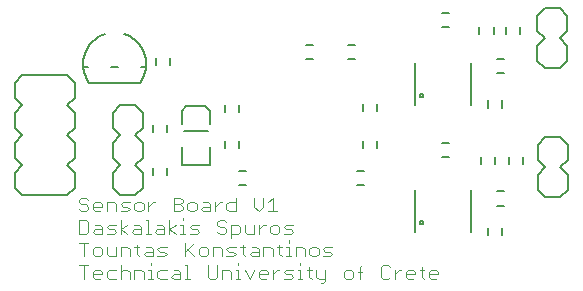
<source format=gto>
G75*
%MOIN*%
%OFA0B0*%
%FSLAX25Y25*%
%IPPOS*%
%LPD*%
%AMOC8*
5,1,8,0,0,1.08239X$1,22.5*
%
%ADD10C,0.00400*%
%ADD11C,0.00600*%
%ADD12C,0.00800*%
%ADD13C,0.00500*%
D10*
X0043227Y0014267D02*
X0043227Y0018871D01*
X0044761Y0018871D02*
X0041692Y0018871D01*
X0043227Y0021767D02*
X0043227Y0026371D01*
X0044761Y0026371D02*
X0041692Y0026371D01*
X0046296Y0024069D02*
X0046296Y0022534D01*
X0047063Y0021767D01*
X0048598Y0021767D01*
X0049365Y0022534D01*
X0049365Y0024069D01*
X0048598Y0024836D01*
X0047063Y0024836D01*
X0046296Y0024069D01*
X0050900Y0024836D02*
X0050900Y0022534D01*
X0051667Y0021767D01*
X0053969Y0021767D01*
X0053969Y0024836D01*
X0055504Y0024836D02*
X0057806Y0024836D01*
X0058573Y0024069D01*
X0058573Y0021767D01*
X0060875Y0022534D02*
X0061642Y0021767D01*
X0060875Y0022534D02*
X0060875Y0025604D01*
X0060108Y0024836D02*
X0061642Y0024836D01*
X0063944Y0024836D02*
X0065479Y0024836D01*
X0066246Y0024069D01*
X0066246Y0021767D01*
X0063944Y0021767D01*
X0063177Y0022534D01*
X0063944Y0023302D01*
X0066246Y0023302D01*
X0067781Y0024069D02*
X0068548Y0024836D01*
X0070850Y0024836D01*
X0070083Y0023302D02*
X0068548Y0023302D01*
X0067781Y0024069D01*
X0070083Y0023302D02*
X0070850Y0022534D01*
X0070083Y0021767D01*
X0067781Y0021767D01*
X0065479Y0019638D02*
X0065479Y0018871D01*
X0065479Y0017336D02*
X0065479Y0014267D01*
X0064712Y0014267D02*
X0066246Y0014267D01*
X0067781Y0015034D02*
X0067781Y0016569D01*
X0068548Y0017336D01*
X0070850Y0017336D01*
X0073152Y0017336D02*
X0074687Y0017336D01*
X0075454Y0016569D01*
X0075454Y0014267D01*
X0073152Y0014267D01*
X0072385Y0015034D01*
X0073152Y0015802D01*
X0075454Y0015802D01*
X0076989Y0014267D02*
X0078524Y0014267D01*
X0077756Y0014267D02*
X0077756Y0018871D01*
X0076989Y0018871D01*
X0076989Y0021767D02*
X0076989Y0026371D01*
X0077756Y0024069D02*
X0080058Y0021767D01*
X0081593Y0022534D02*
X0082360Y0021767D01*
X0083895Y0021767D01*
X0084662Y0022534D01*
X0084662Y0024069D01*
X0083895Y0024836D01*
X0082360Y0024836D01*
X0081593Y0024069D01*
X0081593Y0022534D01*
X0080058Y0026371D02*
X0076989Y0023302D01*
X0084662Y0018871D02*
X0084662Y0015034D01*
X0085429Y0014267D01*
X0086964Y0014267D01*
X0087731Y0015034D01*
X0087731Y0018871D01*
X0089266Y0017336D02*
X0091568Y0017336D01*
X0092335Y0016569D01*
X0092335Y0014267D01*
X0093870Y0014267D02*
X0095405Y0014267D01*
X0094637Y0014267D02*
X0094637Y0017336D01*
X0093870Y0017336D01*
X0094637Y0018871D02*
X0094637Y0019638D01*
X0093103Y0021767D02*
X0093870Y0022534D01*
X0093103Y0023302D01*
X0091568Y0023302D01*
X0090801Y0024069D01*
X0091568Y0024836D01*
X0093870Y0024836D01*
X0095405Y0024836D02*
X0096939Y0024836D01*
X0096172Y0025604D02*
X0096172Y0022534D01*
X0096939Y0021767D01*
X0098474Y0022534D02*
X0099241Y0023302D01*
X0101543Y0023302D01*
X0101543Y0024069D02*
X0101543Y0021767D01*
X0099241Y0021767D01*
X0098474Y0022534D01*
X0099241Y0024836D02*
X0100776Y0024836D01*
X0101543Y0024069D01*
X0103078Y0024836D02*
X0105380Y0024836D01*
X0106147Y0024069D01*
X0106147Y0021767D01*
X0108449Y0022534D02*
X0109216Y0021767D01*
X0108449Y0022534D02*
X0108449Y0025604D01*
X0107682Y0024836D02*
X0109216Y0024836D01*
X0110751Y0024836D02*
X0111518Y0024836D01*
X0111518Y0021767D01*
X0110751Y0021767D02*
X0112286Y0021767D01*
X0113820Y0021767D02*
X0113820Y0024836D01*
X0116122Y0024836D01*
X0116890Y0024069D01*
X0116890Y0021767D01*
X0118424Y0022534D02*
X0119191Y0021767D01*
X0120726Y0021767D01*
X0121493Y0022534D01*
X0121493Y0024069D01*
X0120726Y0024836D01*
X0119191Y0024836D01*
X0118424Y0024069D01*
X0118424Y0022534D01*
X0115355Y0019638D02*
X0115355Y0018871D01*
X0115355Y0017336D02*
X0115355Y0014267D01*
X0114588Y0014267D02*
X0116122Y0014267D01*
X0118424Y0015034D02*
X0119191Y0014267D01*
X0118424Y0015034D02*
X0118424Y0018104D01*
X0117657Y0017336D02*
X0119191Y0017336D01*
X0120726Y0017336D02*
X0120726Y0015034D01*
X0121493Y0014267D01*
X0123795Y0014267D01*
X0123795Y0013500D02*
X0123028Y0012732D01*
X0122261Y0012732D01*
X0123795Y0013500D02*
X0123795Y0017336D01*
X0123028Y0021767D02*
X0125330Y0021767D01*
X0126097Y0022534D01*
X0125330Y0023302D01*
X0123795Y0023302D01*
X0123028Y0024069D01*
X0123795Y0024836D01*
X0126097Y0024836D01*
X0135305Y0018104D02*
X0136073Y0018871D01*
X0135305Y0018104D02*
X0135305Y0014267D01*
X0133003Y0015034D02*
X0133003Y0016569D01*
X0132236Y0017336D01*
X0130701Y0017336D01*
X0129934Y0016569D01*
X0129934Y0015034D01*
X0130701Y0014267D01*
X0132236Y0014267D01*
X0133003Y0015034D01*
X0134538Y0016569D02*
X0136073Y0016569D01*
X0142211Y0018104D02*
X0142978Y0018871D01*
X0144513Y0018871D01*
X0145280Y0018104D01*
X0146815Y0017336D02*
X0146815Y0014267D01*
X0146815Y0015802D02*
X0148350Y0017336D01*
X0149117Y0017336D01*
X0150652Y0016569D02*
X0151419Y0017336D01*
X0152954Y0017336D01*
X0153721Y0016569D01*
X0153721Y0015802D01*
X0150652Y0015802D01*
X0150652Y0016569D02*
X0150652Y0015034D01*
X0151419Y0014267D01*
X0152954Y0014267D01*
X0156023Y0015034D02*
X0156790Y0014267D01*
X0156023Y0015034D02*
X0156023Y0018104D01*
X0155256Y0017336D02*
X0156790Y0017336D01*
X0158325Y0016569D02*
X0159092Y0017336D01*
X0160627Y0017336D01*
X0161394Y0016569D01*
X0161394Y0015802D01*
X0158325Y0015802D01*
X0158325Y0016569D02*
X0158325Y0015034D01*
X0159092Y0014267D01*
X0160627Y0014267D01*
X0145280Y0015034D02*
X0144513Y0014267D01*
X0142978Y0014267D01*
X0142211Y0015034D01*
X0142211Y0018104D01*
X0115355Y0017336D02*
X0114588Y0017336D01*
X0113053Y0017336D02*
X0110751Y0017336D01*
X0109984Y0016569D01*
X0110751Y0015802D01*
X0112286Y0015802D01*
X0113053Y0015034D01*
X0112286Y0014267D01*
X0109984Y0014267D01*
X0107682Y0017336D02*
X0106147Y0015802D01*
X0106147Y0017336D02*
X0106147Y0014267D01*
X0104612Y0015802D02*
X0101543Y0015802D01*
X0101543Y0016569D02*
X0102310Y0017336D01*
X0103845Y0017336D01*
X0104612Y0016569D01*
X0104612Y0015802D01*
X0103845Y0014267D02*
X0102310Y0014267D01*
X0101543Y0015034D01*
X0101543Y0016569D01*
X0100008Y0017336D02*
X0098474Y0014267D01*
X0096939Y0017336D01*
X0093103Y0021767D02*
X0090801Y0021767D01*
X0089266Y0021767D02*
X0089266Y0024069D01*
X0088499Y0024836D01*
X0086197Y0024836D01*
X0086197Y0021767D01*
X0089266Y0017336D02*
X0089266Y0014267D01*
X0103078Y0021767D02*
X0103078Y0024836D01*
X0101543Y0029267D02*
X0101543Y0032336D01*
X0101543Y0030802D02*
X0103078Y0032336D01*
X0103845Y0032336D01*
X0105380Y0031569D02*
X0105380Y0030034D01*
X0106147Y0029267D01*
X0107682Y0029267D01*
X0108449Y0030034D01*
X0108449Y0031569D01*
X0107682Y0032336D01*
X0106147Y0032336D01*
X0105380Y0031569D01*
X0109984Y0031569D02*
X0110751Y0030802D01*
X0112286Y0030802D01*
X0113053Y0030034D01*
X0112286Y0029267D01*
X0109984Y0029267D01*
X0109984Y0031569D02*
X0110751Y0032336D01*
X0113053Y0032336D01*
X0111518Y0027138D02*
X0111518Y0026371D01*
X0100008Y0029267D02*
X0100008Y0032336D01*
X0096939Y0032336D02*
X0096939Y0030034D01*
X0097707Y0029267D01*
X0100008Y0029267D01*
X0095405Y0030034D02*
X0094637Y0029267D01*
X0092335Y0029267D01*
X0092335Y0027732D02*
X0092335Y0032336D01*
X0094637Y0032336D01*
X0095405Y0031569D01*
X0095405Y0030034D01*
X0090801Y0030034D02*
X0090033Y0029267D01*
X0088499Y0029267D01*
X0087731Y0030034D01*
X0088499Y0031569D02*
X0090033Y0031569D01*
X0090801Y0030802D01*
X0090801Y0030034D01*
X0088499Y0031569D02*
X0087731Y0032336D01*
X0087731Y0033104D01*
X0088499Y0033871D01*
X0090033Y0033871D01*
X0090801Y0033104D01*
X0091568Y0036767D02*
X0090801Y0037534D01*
X0090801Y0039069D01*
X0091568Y0039836D01*
X0093870Y0039836D01*
X0093870Y0041371D02*
X0093870Y0036767D01*
X0091568Y0036767D01*
X0089266Y0039836D02*
X0088499Y0039836D01*
X0086964Y0038302D01*
X0086964Y0039836D02*
X0086964Y0036767D01*
X0085429Y0036767D02*
X0083127Y0036767D01*
X0082360Y0037534D01*
X0083127Y0038302D01*
X0085429Y0038302D01*
X0085429Y0039069D02*
X0085429Y0036767D01*
X0085429Y0039069D02*
X0084662Y0039836D01*
X0083127Y0039836D01*
X0080825Y0039069D02*
X0080058Y0039836D01*
X0078524Y0039836D01*
X0077756Y0039069D01*
X0077756Y0037534D01*
X0078524Y0036767D01*
X0080058Y0036767D01*
X0080825Y0037534D01*
X0080825Y0039069D01*
X0076222Y0039836D02*
X0075454Y0039069D01*
X0073152Y0039069D01*
X0073152Y0036767D02*
X0073152Y0041371D01*
X0075454Y0041371D01*
X0076222Y0040604D01*
X0076222Y0039836D01*
X0075454Y0039069D02*
X0076222Y0038302D01*
X0076222Y0037534D01*
X0075454Y0036767D01*
X0073152Y0036767D01*
X0076222Y0034638D02*
X0076222Y0033871D01*
X0076222Y0032336D02*
X0075454Y0032336D01*
X0076222Y0032336D02*
X0076222Y0029267D01*
X0076989Y0029267D02*
X0075454Y0029267D01*
X0073920Y0029267D02*
X0071618Y0030802D01*
X0073920Y0032336D01*
X0071618Y0033871D02*
X0071618Y0029267D01*
X0070083Y0029267D02*
X0067781Y0029267D01*
X0067014Y0030034D01*
X0067781Y0030802D01*
X0070083Y0030802D01*
X0070083Y0031569D02*
X0070083Y0029267D01*
X0070083Y0031569D02*
X0069316Y0032336D01*
X0067781Y0032336D01*
X0064712Y0033871D02*
X0064712Y0029267D01*
X0065479Y0029267D02*
X0063944Y0029267D01*
X0062410Y0029267D02*
X0060108Y0029267D01*
X0059341Y0030034D01*
X0060108Y0030802D01*
X0062410Y0030802D01*
X0062410Y0031569D02*
X0062410Y0029267D01*
X0062410Y0031569D02*
X0061642Y0032336D01*
X0060108Y0032336D01*
X0057806Y0032336D02*
X0055504Y0030802D01*
X0057806Y0029267D01*
X0055504Y0029267D02*
X0055504Y0033871D01*
X0053969Y0032336D02*
X0051667Y0032336D01*
X0050900Y0031569D01*
X0051667Y0030802D01*
X0053202Y0030802D01*
X0053969Y0030034D01*
X0053202Y0029267D01*
X0050900Y0029267D01*
X0049365Y0029267D02*
X0049365Y0031569D01*
X0048598Y0032336D01*
X0047063Y0032336D01*
X0047063Y0030802D02*
X0046296Y0030034D01*
X0047063Y0029267D01*
X0049365Y0029267D01*
X0049365Y0030802D02*
X0047063Y0030802D01*
X0044761Y0030034D02*
X0044761Y0033104D01*
X0043994Y0033871D01*
X0041692Y0033871D01*
X0041692Y0029267D01*
X0043994Y0029267D01*
X0044761Y0030034D01*
X0043994Y0036767D02*
X0042459Y0036767D01*
X0041692Y0037534D01*
X0042459Y0039069D02*
X0043994Y0039069D01*
X0044761Y0038302D01*
X0044761Y0037534D01*
X0043994Y0036767D01*
X0046296Y0037534D02*
X0046296Y0039069D01*
X0047063Y0039836D01*
X0048598Y0039836D01*
X0049365Y0039069D01*
X0049365Y0038302D01*
X0046296Y0038302D01*
X0046296Y0037534D02*
X0047063Y0036767D01*
X0048598Y0036767D01*
X0050900Y0036767D02*
X0050900Y0039836D01*
X0053202Y0039836D01*
X0053969Y0039069D01*
X0053969Y0036767D01*
X0055504Y0036767D02*
X0057806Y0036767D01*
X0058573Y0037534D01*
X0057806Y0038302D01*
X0056271Y0038302D01*
X0055504Y0039069D01*
X0056271Y0039836D01*
X0058573Y0039836D01*
X0060108Y0039069D02*
X0060875Y0039836D01*
X0062410Y0039836D01*
X0063177Y0039069D01*
X0063177Y0037534D01*
X0062410Y0036767D01*
X0060875Y0036767D01*
X0060108Y0037534D01*
X0060108Y0039069D01*
X0064712Y0039836D02*
X0064712Y0036767D01*
X0064712Y0038302D02*
X0066246Y0039836D01*
X0067014Y0039836D01*
X0064712Y0033871D02*
X0063944Y0033871D01*
X0055504Y0024836D02*
X0055504Y0021767D01*
X0055504Y0018871D02*
X0055504Y0014267D01*
X0053969Y0014267D02*
X0051667Y0014267D01*
X0050900Y0015034D01*
X0050900Y0016569D01*
X0051667Y0017336D01*
X0053969Y0017336D01*
X0055504Y0016569D02*
X0056271Y0017336D01*
X0057806Y0017336D01*
X0058573Y0016569D01*
X0058573Y0014267D01*
X0060108Y0014267D02*
X0060108Y0017336D01*
X0062410Y0017336D01*
X0063177Y0016569D01*
X0063177Y0014267D01*
X0064712Y0017336D02*
X0065479Y0017336D01*
X0067781Y0015034D02*
X0068548Y0014267D01*
X0070850Y0014267D01*
X0049365Y0015802D02*
X0046296Y0015802D01*
X0046296Y0016569D02*
X0047063Y0017336D01*
X0048598Y0017336D01*
X0049365Y0016569D01*
X0049365Y0015802D01*
X0048598Y0014267D02*
X0047063Y0014267D01*
X0046296Y0015034D01*
X0046296Y0016569D01*
X0078524Y0029267D02*
X0080825Y0029267D01*
X0081593Y0030034D01*
X0080825Y0030802D01*
X0079291Y0030802D01*
X0078524Y0031569D01*
X0079291Y0032336D01*
X0081593Y0032336D01*
X0100009Y0038302D02*
X0101543Y0036767D01*
X0103078Y0038302D01*
X0103078Y0041371D01*
X0104612Y0039836D02*
X0106147Y0041371D01*
X0106147Y0036767D01*
X0104612Y0036767D02*
X0107682Y0036767D01*
X0100009Y0038302D02*
X0100009Y0041371D01*
X0107682Y0017336D02*
X0108449Y0017336D01*
X0044761Y0040604D02*
X0043994Y0041371D01*
X0042459Y0041371D01*
X0041692Y0040604D01*
X0041692Y0039836D01*
X0042459Y0039069D01*
D11*
X0037734Y0042187D02*
X0022734Y0042187D01*
X0020234Y0044687D01*
X0020234Y0049687D01*
X0022734Y0052187D01*
X0020234Y0054687D01*
X0020234Y0059687D01*
X0022734Y0062187D01*
X0020234Y0064687D01*
X0020234Y0069687D01*
X0022734Y0072187D01*
X0020234Y0074687D01*
X0020234Y0079687D01*
X0022734Y0082187D01*
X0037734Y0082187D01*
X0040234Y0079687D01*
X0040234Y0074687D01*
X0037734Y0072187D01*
X0040234Y0069687D01*
X0040234Y0064687D01*
X0037734Y0062187D01*
X0040234Y0059687D01*
X0040234Y0054687D01*
X0037734Y0052187D01*
X0040234Y0049687D01*
X0040234Y0044687D01*
X0037734Y0042187D01*
X0066342Y0048979D02*
X0066342Y0051341D01*
X0071066Y0051341D02*
X0071066Y0048979D01*
X0090193Y0057799D02*
X0090193Y0060161D01*
X0094917Y0060161D02*
X0094917Y0057799D01*
X0094874Y0050343D02*
X0097236Y0050343D01*
X0097236Y0045618D02*
X0094874Y0045618D01*
X0071072Y0063134D02*
X0071072Y0065496D01*
X0066348Y0065496D02*
X0066348Y0063134D01*
X0090193Y0069799D02*
X0090193Y0072161D01*
X0094917Y0072161D02*
X0094917Y0069799D01*
X0071880Y0085622D02*
X0071880Y0087984D01*
X0067156Y0087984D02*
X0067156Y0085622D01*
X0117244Y0087591D02*
X0119606Y0087591D01*
X0119606Y0092316D02*
X0117244Y0092316D01*
X0131401Y0092216D02*
X0133763Y0092216D01*
X0133763Y0087491D02*
X0131401Y0087491D01*
X0153618Y0086354D02*
X0153618Y0072157D01*
X0140917Y0072561D02*
X0140917Y0070199D01*
X0136193Y0070199D02*
X0136193Y0072561D01*
X0136193Y0060161D02*
X0136193Y0057799D01*
X0140917Y0057799D02*
X0140917Y0060161D01*
X0136736Y0050343D02*
X0134374Y0050343D01*
X0134374Y0045618D02*
X0136736Y0045618D01*
X0153618Y0044031D02*
X0153618Y0029835D01*
X0172217Y0029835D02*
X0172217Y0044031D01*
X0180831Y0043429D02*
X0183193Y0043429D01*
X0183193Y0038705D02*
X0180831Y0038705D01*
X0182602Y0031224D02*
X0182602Y0028862D01*
X0177878Y0028862D02*
X0177878Y0031224D01*
X0175713Y0052681D02*
X0175713Y0055043D01*
X0180437Y0055043D02*
X0180437Y0052681D01*
X0184965Y0052681D02*
X0184965Y0055043D01*
X0189689Y0055043D02*
X0189689Y0052681D01*
X0164886Y0054846D02*
X0162524Y0054846D01*
X0162524Y0059571D02*
X0164886Y0059571D01*
X0178075Y0071382D02*
X0178075Y0073744D01*
X0182799Y0073744D02*
X0182799Y0071382D01*
X0172217Y0072157D02*
X0172217Y0086354D01*
X0181028Y0087524D02*
X0183390Y0087524D01*
X0183390Y0082799D02*
X0181028Y0082799D01*
X0179846Y0095791D02*
X0179846Y0098154D01*
X0183980Y0098350D02*
X0183980Y0095988D01*
X0188705Y0095988D02*
X0188705Y0098350D01*
X0175122Y0098154D02*
X0175122Y0095791D01*
X0164886Y0098154D02*
X0162524Y0098154D01*
X0162524Y0102878D02*
X0164886Y0102878D01*
D12*
X0194335Y0102031D02*
X0194335Y0097031D01*
X0196835Y0094531D01*
X0194335Y0092031D01*
X0194335Y0087031D01*
X0196835Y0084531D01*
X0201835Y0084531D01*
X0204335Y0087031D01*
X0204335Y0092031D01*
X0201835Y0094531D01*
X0204335Y0097031D01*
X0204335Y0102031D01*
X0201835Y0104531D01*
X0196835Y0104531D01*
X0194335Y0102031D01*
X0155252Y0075356D02*
X0155254Y0075403D01*
X0155260Y0075450D01*
X0155270Y0075497D01*
X0155283Y0075542D01*
X0155301Y0075586D01*
X0155322Y0075628D01*
X0155346Y0075669D01*
X0155374Y0075707D01*
X0155405Y0075743D01*
X0155439Y0075776D01*
X0155475Y0075806D01*
X0155514Y0075833D01*
X0155555Y0075857D01*
X0155598Y0075877D01*
X0155642Y0075893D01*
X0155688Y0075906D01*
X0155734Y0075915D01*
X0155782Y0075920D01*
X0155829Y0075921D01*
X0155876Y0075918D01*
X0155923Y0075911D01*
X0155969Y0075900D01*
X0156014Y0075886D01*
X0156058Y0075867D01*
X0156099Y0075845D01*
X0156139Y0075820D01*
X0156177Y0075791D01*
X0156212Y0075760D01*
X0156245Y0075725D01*
X0156274Y0075688D01*
X0156300Y0075649D01*
X0156323Y0075607D01*
X0156342Y0075564D01*
X0156358Y0075519D01*
X0156370Y0075473D01*
X0156378Y0075427D01*
X0156382Y0075380D01*
X0156382Y0075332D01*
X0156378Y0075285D01*
X0156370Y0075239D01*
X0156358Y0075193D01*
X0156342Y0075148D01*
X0156323Y0075105D01*
X0156300Y0075063D01*
X0156274Y0075024D01*
X0156245Y0074987D01*
X0156212Y0074952D01*
X0156177Y0074921D01*
X0156139Y0074892D01*
X0156100Y0074867D01*
X0156058Y0074845D01*
X0156014Y0074826D01*
X0155969Y0074812D01*
X0155923Y0074801D01*
X0155876Y0074794D01*
X0155829Y0074791D01*
X0155782Y0074792D01*
X0155734Y0074797D01*
X0155688Y0074806D01*
X0155642Y0074819D01*
X0155598Y0074835D01*
X0155555Y0074855D01*
X0155514Y0074879D01*
X0155475Y0074906D01*
X0155439Y0074936D01*
X0155405Y0074969D01*
X0155374Y0075005D01*
X0155346Y0075043D01*
X0155322Y0075084D01*
X0155301Y0075126D01*
X0155283Y0075170D01*
X0155270Y0075215D01*
X0155260Y0075262D01*
X0155254Y0075309D01*
X0155252Y0075356D01*
X0194531Y0058921D02*
X0194531Y0053921D01*
X0197031Y0051421D01*
X0194531Y0048921D01*
X0194531Y0043921D01*
X0197031Y0041421D01*
X0202031Y0041421D01*
X0204531Y0043921D01*
X0204531Y0048921D01*
X0202031Y0051421D01*
X0204531Y0053921D01*
X0204531Y0058921D01*
X0202031Y0061421D01*
X0197031Y0061421D01*
X0194531Y0058921D01*
X0155252Y0033033D02*
X0155254Y0033080D01*
X0155260Y0033127D01*
X0155270Y0033174D01*
X0155283Y0033219D01*
X0155301Y0033263D01*
X0155322Y0033305D01*
X0155346Y0033346D01*
X0155374Y0033384D01*
X0155405Y0033420D01*
X0155439Y0033453D01*
X0155475Y0033483D01*
X0155514Y0033510D01*
X0155555Y0033534D01*
X0155598Y0033554D01*
X0155642Y0033570D01*
X0155688Y0033583D01*
X0155734Y0033592D01*
X0155782Y0033597D01*
X0155829Y0033598D01*
X0155876Y0033595D01*
X0155923Y0033588D01*
X0155969Y0033577D01*
X0156014Y0033563D01*
X0156058Y0033544D01*
X0156099Y0033522D01*
X0156139Y0033497D01*
X0156177Y0033468D01*
X0156212Y0033437D01*
X0156245Y0033402D01*
X0156274Y0033365D01*
X0156300Y0033326D01*
X0156323Y0033284D01*
X0156342Y0033241D01*
X0156358Y0033196D01*
X0156370Y0033150D01*
X0156378Y0033104D01*
X0156382Y0033057D01*
X0156382Y0033009D01*
X0156378Y0032962D01*
X0156370Y0032916D01*
X0156358Y0032870D01*
X0156342Y0032825D01*
X0156323Y0032782D01*
X0156300Y0032740D01*
X0156274Y0032701D01*
X0156245Y0032664D01*
X0156212Y0032629D01*
X0156177Y0032598D01*
X0156139Y0032569D01*
X0156100Y0032544D01*
X0156058Y0032522D01*
X0156014Y0032503D01*
X0155969Y0032489D01*
X0155923Y0032478D01*
X0155876Y0032471D01*
X0155829Y0032468D01*
X0155782Y0032469D01*
X0155734Y0032474D01*
X0155688Y0032483D01*
X0155642Y0032496D01*
X0155598Y0032512D01*
X0155555Y0032532D01*
X0155514Y0032556D01*
X0155475Y0032583D01*
X0155439Y0032613D01*
X0155405Y0032646D01*
X0155374Y0032682D01*
X0155346Y0032720D01*
X0155322Y0032761D01*
X0155301Y0032803D01*
X0155283Y0032847D01*
X0155270Y0032892D01*
X0155260Y0032939D01*
X0155254Y0032986D01*
X0155252Y0033033D01*
X0085283Y0052203D02*
X0075834Y0052203D01*
X0075834Y0058109D01*
X0085283Y0058109D02*
X0085283Y0052203D01*
X0085283Y0065983D02*
X0085283Y0070313D01*
X0083708Y0071888D01*
X0077409Y0071888D01*
X0075834Y0070313D01*
X0075834Y0065983D01*
X0062939Y0064712D02*
X0060439Y0062212D01*
X0062939Y0059712D01*
X0062939Y0054712D01*
X0060439Y0052212D01*
X0062939Y0049712D01*
X0062939Y0044712D01*
X0060439Y0042212D01*
X0055439Y0042212D01*
X0052939Y0044712D01*
X0052939Y0049712D01*
X0055439Y0052212D01*
X0052939Y0054712D01*
X0052939Y0059712D01*
X0055439Y0062212D01*
X0052939Y0064712D01*
X0052939Y0069712D01*
X0055439Y0072212D01*
X0060439Y0072212D01*
X0062939Y0069712D01*
X0062939Y0064712D01*
X0061747Y0079428D02*
X0045255Y0079428D01*
X0044628Y0084928D02*
X0043048Y0084928D01*
X0052374Y0084928D02*
X0054628Y0084928D01*
X0061747Y0079428D02*
X0061902Y0079630D01*
X0062052Y0079835D01*
X0062198Y0080044D01*
X0062338Y0080257D01*
X0062473Y0080473D01*
X0062602Y0080692D01*
X0062726Y0080914D01*
X0062845Y0081139D01*
X0062958Y0081367D01*
X0063066Y0081597D01*
X0063168Y0081830D01*
X0063265Y0082066D01*
X0063356Y0082304D01*
X0063441Y0082543D01*
X0063520Y0082785D01*
X0063593Y0083029D01*
X0063660Y0083274D01*
X0063722Y0083521D01*
X0063777Y0083770D01*
X0063826Y0084020D01*
X0063869Y0084270D01*
X0063906Y0084522D01*
X0063937Y0084775D01*
X0063962Y0085028D01*
X0063981Y0085282D01*
X0063994Y0085536D01*
X0064000Y0085790D01*
X0064000Y0086045D01*
X0063994Y0086299D01*
X0063982Y0086554D01*
X0063964Y0086807D01*
X0063940Y0087061D01*
X0063909Y0087313D01*
X0063873Y0087565D01*
X0063830Y0087816D01*
X0063781Y0088066D01*
X0063726Y0088314D01*
X0063665Y0088561D01*
X0063599Y0088807D01*
X0063526Y0089051D01*
X0063447Y0089293D01*
X0063363Y0089533D01*
X0063272Y0089771D01*
X0063176Y0090007D01*
X0063075Y0090240D01*
X0062967Y0090471D01*
X0062855Y0090699D01*
X0062736Y0090924D01*
X0062612Y0091146D01*
X0062483Y0091366D01*
X0062349Y0091582D01*
X0062209Y0091795D01*
X0062064Y0092004D01*
X0061915Y0092210D01*
X0061760Y0092412D01*
X0061600Y0092610D01*
X0061436Y0092804D01*
X0061267Y0092995D01*
X0061094Y0093181D01*
X0060916Y0093363D01*
X0060733Y0093540D01*
X0060547Y0093713D01*
X0060356Y0093882D01*
X0060161Y0094046D01*
X0059962Y0094205D01*
X0059760Y0094359D01*
X0059554Y0094508D01*
X0059344Y0094652D01*
X0059131Y0094791D01*
X0058914Y0094925D01*
X0058695Y0095054D01*
X0058472Y0095177D01*
X0058246Y0095294D01*
X0058018Y0095407D01*
X0057787Y0095513D01*
X0057553Y0095614D01*
X0057317Y0095710D01*
X0057079Y0095799D01*
X0056839Y0095883D01*
X0056597Y0095961D01*
X0050405Y0095961D02*
X0050163Y0095883D01*
X0049923Y0095800D01*
X0049685Y0095710D01*
X0049449Y0095615D01*
X0049215Y0095513D01*
X0048984Y0095407D01*
X0048756Y0095295D01*
X0048530Y0095177D01*
X0048307Y0095054D01*
X0048088Y0094925D01*
X0047871Y0094791D01*
X0047658Y0094652D01*
X0047448Y0094508D01*
X0047242Y0094359D01*
X0047040Y0094205D01*
X0046841Y0094046D01*
X0046646Y0093882D01*
X0046456Y0093713D01*
X0046269Y0093540D01*
X0046087Y0093363D01*
X0045909Y0093181D01*
X0045735Y0092995D01*
X0045566Y0092804D01*
X0045402Y0092610D01*
X0045242Y0092412D01*
X0045087Y0092210D01*
X0044938Y0092004D01*
X0044793Y0091795D01*
X0044653Y0091582D01*
X0044519Y0091366D01*
X0044390Y0091147D01*
X0044266Y0090924D01*
X0044148Y0090699D01*
X0044035Y0090471D01*
X0043927Y0090240D01*
X0043826Y0090007D01*
X0043730Y0089771D01*
X0043639Y0089533D01*
X0043555Y0089293D01*
X0043476Y0089051D01*
X0043403Y0088807D01*
X0043337Y0088562D01*
X0043276Y0088315D01*
X0043221Y0088066D01*
X0043172Y0087816D01*
X0043129Y0087565D01*
X0043093Y0087314D01*
X0043062Y0087061D01*
X0043038Y0086808D01*
X0043020Y0086554D01*
X0043008Y0086300D01*
X0043002Y0086045D01*
X0043002Y0085791D01*
X0043008Y0085536D01*
X0043021Y0085282D01*
X0043040Y0085028D01*
X0043065Y0084775D01*
X0043096Y0084522D01*
X0043133Y0084271D01*
X0043176Y0084020D01*
X0043225Y0083770D01*
X0043280Y0083522D01*
X0043342Y0083275D01*
X0043409Y0083029D01*
X0043482Y0082786D01*
X0043561Y0082544D01*
X0043646Y0082304D01*
X0043737Y0082066D01*
X0043834Y0081830D01*
X0043936Y0081597D01*
X0044043Y0081367D01*
X0044157Y0081139D01*
X0044276Y0080914D01*
X0044400Y0080692D01*
X0044529Y0080473D01*
X0044664Y0080257D01*
X0044804Y0080044D01*
X0044949Y0079835D01*
X0045100Y0079630D01*
X0045255Y0079428D01*
X0062374Y0084928D02*
X0063953Y0084928D01*
D13*
X0076558Y0063546D02*
X0084558Y0063546D01*
M02*

</source>
